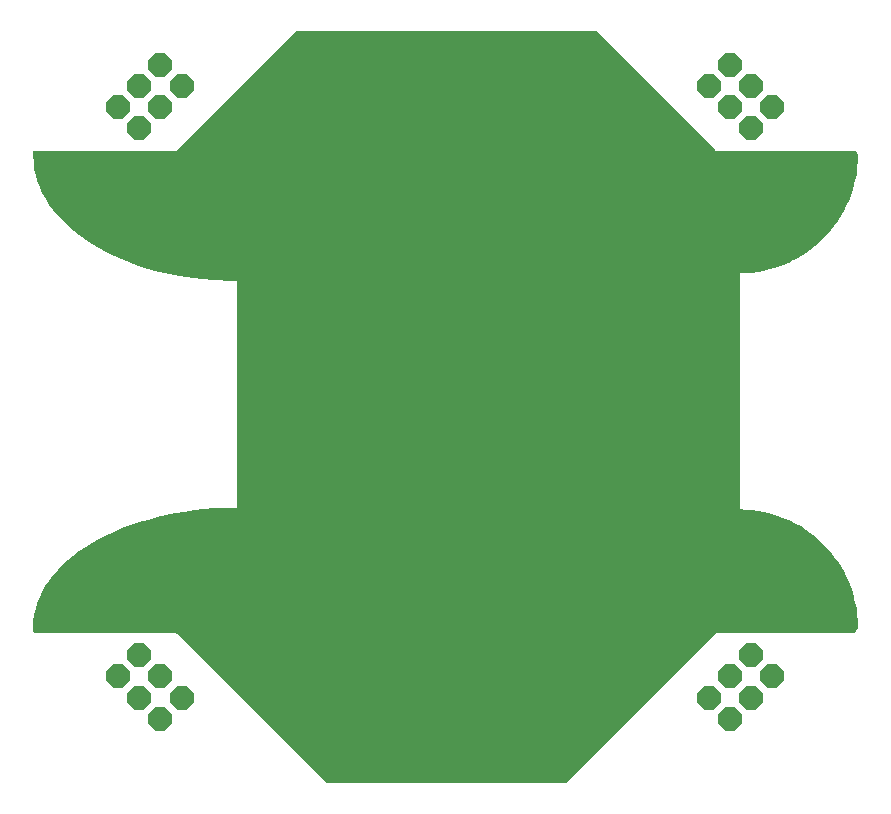
<source format=gbr>
%TF.GenerationSoftware,KiCad,Pcbnew,8.0.0*%
%TF.CreationDate,2024-04-10T23:53:27-03:00*%
%TF.ProjectId,sponsor_v1.0,73706f6e-736f-4725-9f76-312e302e6b69,rev?*%
%TF.SameCoordinates,Original*%
%TF.FileFunction,Soldermask,Bot*%
%TF.FilePolarity,Negative*%
%FSLAX46Y46*%
G04 Gerber Fmt 4.6, Leading zero omitted, Abs format (unit mm)*
G04 Created by KiCad (PCBNEW 8.0.0) date 2024-04-10 23:53:27*
%MOMM*%
%LPD*%
G01*
G04 APERTURE LIST*
G04 Aperture macros list*
%AMFreePoly0*
4,1,25,0.438476,0.996596,0.450599,0.986242,0.986242,0.450599,1.014749,0.394650,1.016000,0.378757,1.016000,-0.378757,0.996596,-0.438476,0.986242,-0.450599,0.450599,-0.986242,0.394650,-1.014749,0.378757,-1.016000,-0.378757,-1.016000,-0.438476,-0.996596,-0.450599,-0.986242,-0.986242,-0.450599,-1.014749,-0.394650,-1.016000,-0.378757,-1.016000,0.378757,-0.996596,0.438476,-0.986242,0.450599,
-0.450599,0.986242,-0.394650,1.014749,-0.378757,1.016000,0.378757,1.016000,0.438476,0.996596,0.438476,0.996596,$1*%
G04 Aperture macros list end*
%ADD10FreePoly0,315.000000*%
%ADD11FreePoly0,135.000000*%
%ADD12FreePoly0,45.000000*%
%ADD13FreePoly0,225.000000*%
G04 APERTURE END LIST*
D10*
%TO.C,JP1*%
X175807023Y-79105574D03*
X177603074Y-77309523D03*
X177603074Y-80901626D03*
X179399126Y-79105574D03*
X179399126Y-82697677D03*
X181195177Y-80901626D03*
%TD*%
D11*
%TO.C,JP3*%
X131195177Y-130901626D03*
X129399126Y-132697677D03*
X129399126Y-129105574D03*
X127603074Y-130901626D03*
X127603074Y-127309523D03*
X125807023Y-129105574D03*
%TD*%
D12*
%TO.C,JP4*%
X129399126Y-77309523D03*
X131195177Y-79105574D03*
X127603074Y-79105574D03*
X129399126Y-80901626D03*
X125807023Y-80901626D03*
X127603074Y-82697677D03*
%TD*%
D13*
%TO.C,JP2*%
X179399126Y-127309523D03*
X181195177Y-129105574D03*
X177603074Y-129105574D03*
X179399126Y-130901626D03*
X175807023Y-130901626D03*
X177603074Y-132697677D03*
%TD*%
G36*
X166323529Y-74458266D02*
G01*
X176472665Y-84607400D01*
X188234988Y-84607400D01*
X188261222Y-84618266D01*
X188266549Y-84624999D01*
X188272396Y-84634462D01*
X188273343Y-84636084D01*
X188446471Y-84950867D01*
X188451051Y-84969682D01*
X188438318Y-85474029D01*
X188438223Y-85475902D01*
X188399753Y-85982515D01*
X188399565Y-85984377D01*
X188336212Y-86483604D01*
X188335931Y-86485448D01*
X188248318Y-86976637D01*
X188247946Y-86978457D01*
X188136703Y-87460982D01*
X188136243Y-87462772D01*
X188001987Y-87936027D01*
X188001441Y-87937783D01*
X187844809Y-88401113D01*
X187844181Y-88402831D01*
X187665777Y-88855665D01*
X187665069Y-88857340D01*
X187465531Y-89299018D01*
X187464746Y-89300648D01*
X187244695Y-89730555D01*
X187243836Y-89732137D01*
X187003902Y-90149636D01*
X187002973Y-90151167D01*
X186743756Y-90555677D01*
X186742757Y-90557156D01*
X186464905Y-90948010D01*
X186463840Y-90949434D01*
X186167982Y-91326006D01*
X186166853Y-91327375D01*
X185853581Y-91689078D01*
X185852389Y-91690389D01*
X185522366Y-92036556D01*
X185521114Y-92037808D01*
X185174947Y-92367831D01*
X185173636Y-92369023D01*
X184811933Y-92682295D01*
X184810564Y-92683424D01*
X184433991Y-92979282D01*
X184432567Y-92980347D01*
X184041714Y-93258199D01*
X184040235Y-93259198D01*
X183635740Y-93518406D01*
X183634209Y-93519336D01*
X183216677Y-93759287D01*
X183215095Y-93760145D01*
X182785205Y-93980188D01*
X182783575Y-93980973D01*
X182341896Y-94180511D01*
X182340221Y-94181219D01*
X181887387Y-94359623D01*
X181885669Y-94360251D01*
X181422338Y-94516883D01*
X181420582Y-94517429D01*
X180947326Y-94651685D01*
X180945536Y-94652145D01*
X180463011Y-94763388D01*
X180461191Y-94763760D01*
X179970001Y-94851373D01*
X179968157Y-94851654D01*
X179468930Y-94915007D01*
X179467068Y-94915195D01*
X178960454Y-94953665D01*
X178958581Y-94953760D01*
X178444206Y-94966747D01*
X178444206Y-114964720D01*
X178958581Y-114977707D01*
X178960454Y-114977802D01*
X179467068Y-115016272D01*
X179468930Y-115016460D01*
X179968157Y-115079814D01*
X179970001Y-115080095D01*
X180461191Y-115167707D01*
X180463011Y-115168079D01*
X180945536Y-115279323D01*
X180947326Y-115279783D01*
X181420582Y-115414038D01*
X181422338Y-115414584D01*
X181885669Y-115571217D01*
X181887387Y-115571845D01*
X182340221Y-115750248D01*
X182341896Y-115750956D01*
X182783575Y-115950495D01*
X182785205Y-115951280D01*
X183215095Y-116171323D01*
X183216677Y-116172181D01*
X183634209Y-116412132D01*
X183635740Y-116413062D01*
X184040235Y-116672270D01*
X184041714Y-116673269D01*
X184432567Y-116951121D01*
X184433991Y-116952186D01*
X184810564Y-117248044D01*
X184811933Y-117249173D01*
X185173636Y-117562446D01*
X185174947Y-117563638D01*
X185521114Y-117893661D01*
X185522366Y-117894913D01*
X185852389Y-118241080D01*
X185853581Y-118242391D01*
X186166853Y-118604094D01*
X186167982Y-118605463D01*
X186463840Y-118982035D01*
X186464905Y-118983459D01*
X186742757Y-119374313D01*
X186743756Y-119375792D01*
X187002964Y-119780287D01*
X187003894Y-119781818D01*
X187243845Y-120199350D01*
X187244703Y-120200932D01*
X187464746Y-120630822D01*
X187465531Y-120632452D01*
X187665069Y-121074131D01*
X187665777Y-121075806D01*
X187844181Y-121528640D01*
X187844809Y-121530358D01*
X188001441Y-121993689D01*
X188001987Y-121995445D01*
X188136243Y-122468701D01*
X188136703Y-122470491D01*
X188247946Y-122953016D01*
X188248318Y-122954836D01*
X188335931Y-123446026D01*
X188336212Y-123447870D01*
X188399565Y-123947098D01*
X188399753Y-123948960D01*
X188438223Y-124455574D01*
X188438318Y-124457447D01*
X188451051Y-124961797D01*
X188446470Y-124980612D01*
X188273291Y-125295478D01*
X188272496Y-125296855D01*
X188220822Y-125381956D01*
X188197918Y-125398739D01*
X188189110Y-125399800D01*
X176472665Y-125399800D01*
X163783529Y-138088934D01*
X163757295Y-138099800D01*
X143404913Y-138099800D01*
X143378679Y-138088934D01*
X143378669Y-138088923D01*
X130700001Y-125400000D01*
X118730835Y-125411739D01*
X118704591Y-125400898D01*
X118699238Y-125394140D01*
X118634235Y-125288938D01*
X118628696Y-125269437D01*
X118628696Y-124923954D01*
X118628730Y-124922363D01*
X118650876Y-124406346D01*
X118651147Y-124403189D01*
X118716773Y-123894639D01*
X118717301Y-123891568D01*
X118825389Y-123390254D01*
X118826150Y-123387316D01*
X118975646Y-122893868D01*
X118976605Y-122891100D01*
X119166479Y-122406092D01*
X119167600Y-122403519D01*
X119396818Y-121927569D01*
X119398065Y-121925204D01*
X119665560Y-121458995D01*
X119666896Y-121456839D01*
X119971666Y-121000941D01*
X119973062Y-120998992D01*
X120314039Y-120554085D01*
X120315470Y-120552332D01*
X120691601Y-120119069D01*
X120693047Y-120117497D01*
X121103263Y-119696541D01*
X121104707Y-119695138D01*
X121547974Y-119287112D01*
X121549406Y-119285860D01*
X122024642Y-118891437D01*
X122026055Y-118890321D01*
X122532185Y-118510158D01*
X122533573Y-118509164D01*
X123069559Y-118143890D01*
X123070920Y-118143006D01*
X123635635Y-117793305D01*
X123636967Y-117792518D01*
X124229363Y-117459025D01*
X124230667Y-117458324D01*
X124849714Y-117141663D01*
X124850991Y-117141041D01*
X125495530Y-116841900D01*
X125496782Y-116841347D01*
X126165785Y-116560350D01*
X126167013Y-116559860D01*
X126859361Y-116297668D01*
X126860567Y-116297234D01*
X127575282Y-116054452D01*
X127576470Y-116054071D01*
X128312365Y-115831385D01*
X128313535Y-115831052D01*
X129069576Y-115629085D01*
X129070732Y-115628796D01*
X129845833Y-115448195D01*
X129846977Y-115447947D01*
X130640109Y-115289342D01*
X130641243Y-115289134D01*
X131451252Y-115153181D01*
X131452378Y-115153010D01*
X132278206Y-115040344D01*
X132279326Y-115040208D01*
X133119948Y-114951463D01*
X133121064Y-114951362D01*
X133975357Y-114887182D01*
X133976470Y-114887115D01*
X134843386Y-114848138D01*
X134844497Y-114848105D01*
X135723025Y-114834969D01*
X135723949Y-114834967D01*
X135870400Y-114836422D01*
X135870401Y-114836421D01*
X135861776Y-95616178D01*
X135861777Y-95616178D01*
X135561839Y-95615507D01*
X135560751Y-95615489D01*
X133832939Y-95560930D01*
X133830585Y-95560780D01*
X132153391Y-95400719D01*
X132151027Y-95400417D01*
X130532262Y-95140152D01*
X130529875Y-95139687D01*
X128978123Y-94784565D01*
X128975699Y-94783924D01*
X127499413Y-94339271D01*
X127496939Y-94338429D01*
X126104701Y-93809609D01*
X126102162Y-93808535D01*
X124802458Y-93200901D01*
X124799843Y-93199550D01*
X123601179Y-92518469D01*
X123598482Y-92516779D01*
X122509392Y-91767658D01*
X122506622Y-91765555D01*
X121535572Y-90953786D01*
X121532762Y-90951179D01*
X120687826Y-90081788D01*
X120685734Y-90079445D01*
X120313838Y-89625564D01*
X120312474Y-89623792D01*
X119975051Y-89157269D01*
X119973733Y-89155321D01*
X119672101Y-88677156D01*
X119670854Y-88675024D01*
X119406093Y-88185948D01*
X119404942Y-88183632D01*
X119178071Y-87684290D01*
X119177045Y-87681796D01*
X118989090Y-87172816D01*
X118988221Y-87170157D01*
X118840229Y-86652228D01*
X118839545Y-86649427D01*
X118732542Y-86123153D01*
X118732070Y-86120242D01*
X118667100Y-85586284D01*
X118666858Y-85583303D01*
X118644905Y-85040719D01*
X118644905Y-85040718D01*
X118629161Y-84662679D01*
X118634498Y-84641911D01*
X118644576Y-84625276D01*
X118667463Y-84608470D01*
X118676307Y-84607400D01*
X130689535Y-84607400D01*
X140838671Y-74458266D01*
X140864905Y-74447400D01*
X166297295Y-74447400D01*
X166323529Y-74458266D01*
G37*
M02*

</source>
